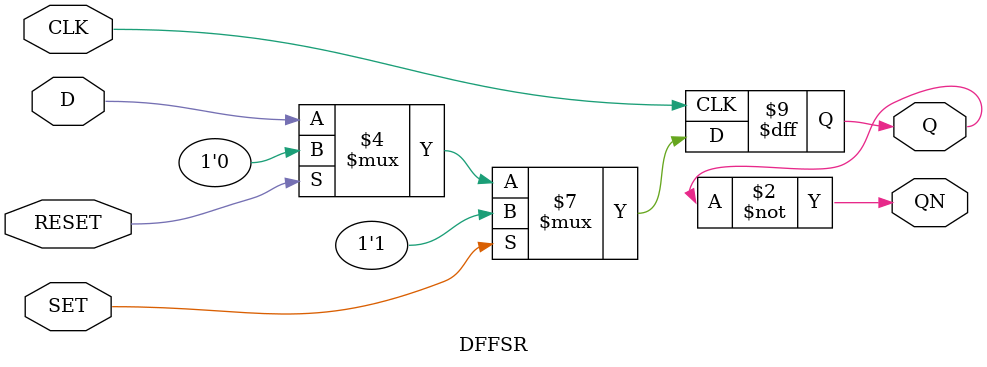
<source format=v>
module DFFSR (CLK, D, SET, RESET, Q, QN);
input CLK;
input D;
input SET;
input RESET;
output Q;
output QN;

reg Q;

always @(posedge CLK) begin
    if (SET) begin
        Q <= 1'b1;
    end else if (RESET) begin
        Q <= 1'b0;
    end else begin
        Q <= D;
    end
end

assign QN = ~Q;

endmodule
</source>
